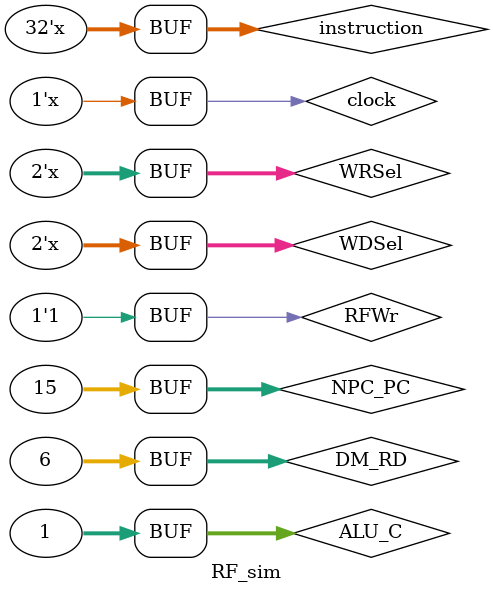
<source format=v>
`timescale 1ns / 1ps


module RF_sim(

    );
    wire [31:0] RD1;
    wire [31:0] RD2;
    wire [15:0] IMM;
    wire [4:0] A3;
    wire [31:0] Wdata;
    reg [31:0] instruction;
    reg clock;
    reg [31:0] ALU_C;
    reg [31:0] DM_RD;
    reg [31:0] NPC_PC;
    reg [1:0] WRSel;
    reg RFWr;
    reg [1:0] WDSel;
    
    
    RF rrr(
    .RD1(RD1),
    .RD2(RD2),
//    .IMM(IMM),
    .A3(A3),
    .Wdata(Wdata),
    .instruction(instruction),
    .clock(clock),
    .ALU_C(ALU_C),
    .DM_RD(DM_RD),
    .NPC_PC(NPC_PC),
    .WRSel(WRSel),
    .RFWr(RFWr),
    .WDSel(WDSel)
    );
    
    initial
    begin
        instruction = 32'b0101010101010101;
        clock = 0;
        ALU_C = 32'b01;
        DM_RD = 32'b0110;
        NPC_PC = 32'b01111;
        WRSel = 2'b00;
        RFWr = 0;
        WDSel = 2'b00;
    end
    
    always
    begin
        #1 clock = ~clock;
        #40 instruction = instruction + 16;
        #100 WRSel = WRSel + 1;
        #150 WDSel = WDSel + 1;
             RFWr = 1;
    end
endmodule

</source>
